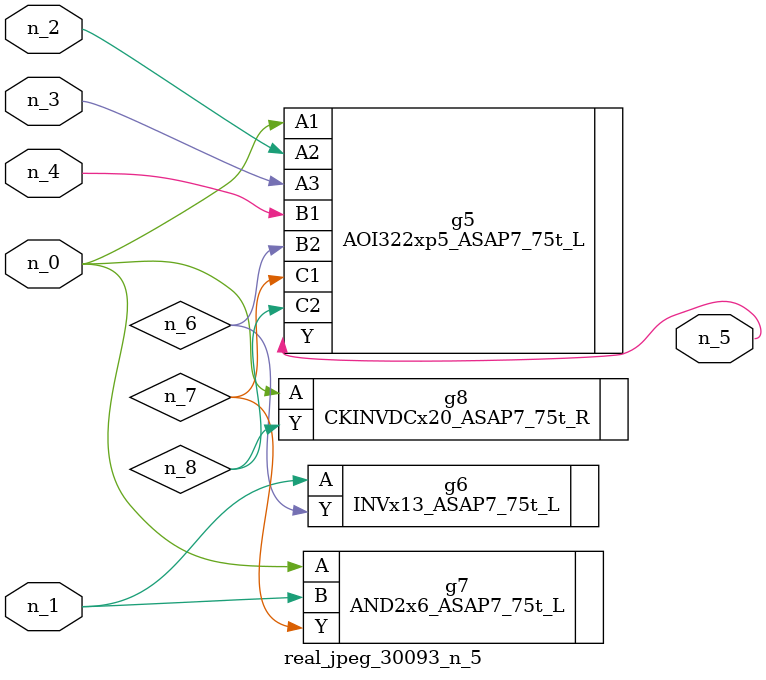
<source format=v>
module real_jpeg_30093_n_5 (n_4, n_0, n_1, n_2, n_3, n_5);

input n_4;
input n_0;
input n_1;
input n_2;
input n_3;

output n_5;

wire n_8;
wire n_6;
wire n_7;

AOI322xp5_ASAP7_75t_L g5 ( 
.A1(n_0),
.A2(n_2),
.A3(n_3),
.B1(n_4),
.B2(n_6),
.C1(n_7),
.C2(n_8),
.Y(n_5)
);

AND2x6_ASAP7_75t_L g7 ( 
.A(n_0),
.B(n_1),
.Y(n_7)
);

CKINVDCx20_ASAP7_75t_R g8 ( 
.A(n_0),
.Y(n_8)
);

INVx13_ASAP7_75t_L g6 ( 
.A(n_1),
.Y(n_6)
);


endmodule
</source>
